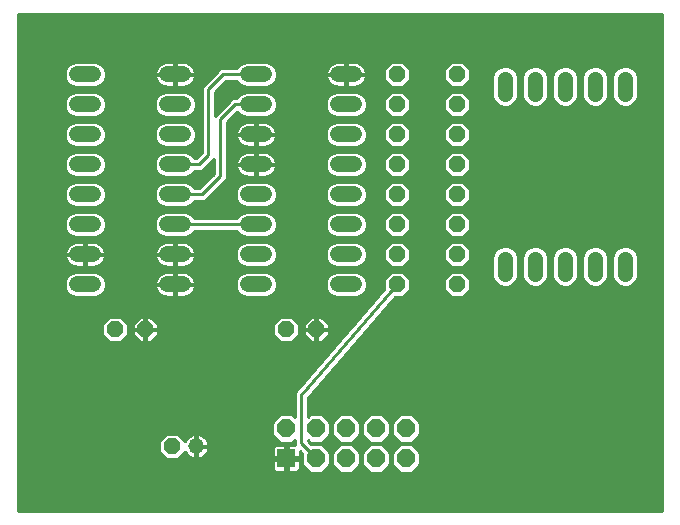
<source format=gbl>
G75*
%MOIN*%
%OFA0B0*%
%FSLAX24Y24*%
%IPPOS*%
%LPD*%
%AMOC8*
5,1,8,0,0,1.08239X$1,22.5*
%
%ADD10C,0.0520*%
%ADD11C,0.0515*%
%ADD12OC8,0.0520*%
%ADD13R,0.0600X0.0600*%
%ADD14OC8,0.0600*%
%ADD15C,0.0520*%
%ADD16C,0.0100*%
D10*
X002540Y008100D02*
X003060Y008100D01*
X003060Y009100D02*
X002540Y009100D01*
X002540Y010100D02*
X003060Y010100D01*
X003060Y011100D02*
X002540Y011100D01*
X002540Y012100D02*
X003060Y012100D01*
X003060Y013100D02*
X002540Y013100D01*
X002540Y014100D02*
X003060Y014100D01*
X003060Y015100D02*
X002540Y015100D01*
X005540Y015100D02*
X006060Y015100D01*
X006060Y014100D02*
X005540Y014100D01*
X005540Y013100D02*
X006060Y013100D01*
X006060Y012100D02*
X005540Y012100D01*
X005540Y011100D02*
X006060Y011100D01*
X006060Y010100D02*
X005540Y010100D01*
X005540Y009100D02*
X006060Y009100D01*
X006060Y008100D02*
X005540Y008100D01*
X008240Y008100D02*
X008760Y008100D01*
X008760Y009100D02*
X008240Y009100D01*
X008240Y010100D02*
X008760Y010100D01*
X008760Y011100D02*
X008240Y011100D01*
X008240Y012100D02*
X008760Y012100D01*
X008760Y013100D02*
X008240Y013100D01*
X008240Y014100D02*
X008760Y014100D01*
X008760Y015100D02*
X008240Y015100D01*
X011240Y015100D02*
X011760Y015100D01*
X011760Y014100D02*
X011240Y014100D01*
X011240Y013100D02*
X011760Y013100D01*
X011760Y012100D02*
X011240Y012100D01*
X011240Y011100D02*
X011760Y011100D01*
X011760Y010100D02*
X011240Y010100D01*
X011240Y009100D02*
X011760Y009100D01*
X011760Y008100D02*
X011240Y008100D01*
D11*
X016800Y008443D02*
X016800Y008957D01*
X017800Y008957D02*
X017800Y008443D01*
X018800Y008443D02*
X018800Y008957D01*
X019800Y008957D02*
X019800Y008443D01*
X020800Y008443D02*
X020800Y008957D01*
X020800Y014443D02*
X020800Y014957D01*
X019800Y014957D02*
X019800Y014443D01*
X018800Y014443D02*
X018800Y014957D01*
X017800Y014957D02*
X017800Y014443D01*
X016800Y014443D02*
X016800Y014957D01*
D12*
X015200Y015100D03*
X015200Y014100D03*
X015200Y013100D03*
X015200Y012100D03*
X015200Y011100D03*
X015200Y010100D03*
X015200Y009100D03*
X015200Y008100D03*
X013200Y008100D03*
X013200Y009100D03*
X013200Y010100D03*
X013200Y011100D03*
X013200Y012100D03*
X013200Y013100D03*
X013200Y014100D03*
X013200Y015100D03*
X010500Y006600D03*
X009500Y006600D03*
X004800Y006600D03*
X003800Y006600D03*
X005700Y002700D03*
D13*
X009500Y002300D03*
D14*
X010500Y002300D03*
X011500Y002300D03*
X011500Y003300D03*
X010500Y003300D03*
X009500Y003300D03*
X012500Y003300D03*
X013500Y003300D03*
X013500Y002300D03*
X012500Y002300D03*
D15*
X006500Y002700D03*
D16*
X000550Y000550D02*
X000550Y017120D01*
X022042Y017120D01*
X022042Y000550D01*
X000550Y000550D01*
X000550Y000593D02*
X022042Y000593D01*
X022042Y000691D02*
X000550Y000691D01*
X000550Y000790D02*
X022042Y000790D01*
X022042Y000888D02*
X000550Y000888D01*
X000550Y000987D02*
X022042Y000987D01*
X022042Y001085D02*
X000550Y001085D01*
X000550Y001184D02*
X022042Y001184D01*
X022042Y001282D02*
X000550Y001282D01*
X000550Y001381D02*
X022042Y001381D01*
X022042Y001479D02*
X000550Y001479D01*
X000550Y001578D02*
X022042Y001578D01*
X022042Y001676D02*
X000550Y001676D01*
X000550Y001775D02*
X022042Y001775D01*
X022042Y001873D02*
X013738Y001873D01*
X013695Y001830D02*
X013970Y002105D01*
X013970Y002495D01*
X013695Y002770D01*
X013305Y002770D01*
X013030Y002495D01*
X013030Y002105D01*
X013305Y001830D01*
X013695Y001830D01*
X013836Y001972D02*
X022042Y001972D01*
X022042Y002070D02*
X013935Y002070D01*
X013970Y002169D02*
X022042Y002169D01*
X022042Y002267D02*
X013970Y002267D01*
X013970Y002366D02*
X022042Y002366D01*
X022042Y002464D02*
X013970Y002464D01*
X013902Y002563D02*
X022042Y002563D01*
X022042Y002661D02*
X013804Y002661D01*
X013705Y002760D02*
X022042Y002760D01*
X022042Y002858D02*
X013723Y002858D01*
X013695Y002830D02*
X013970Y003105D01*
X013970Y003495D01*
X013695Y003770D01*
X013305Y003770D01*
X013030Y003495D01*
X013030Y003105D01*
X013305Y002830D01*
X013695Y002830D01*
X013821Y002957D02*
X022042Y002957D01*
X022042Y003055D02*
X013920Y003055D01*
X013970Y003154D02*
X022042Y003154D01*
X022042Y003252D02*
X013970Y003252D01*
X013970Y003351D02*
X022042Y003351D01*
X022042Y003449D02*
X013970Y003449D01*
X013917Y003548D02*
X022042Y003548D01*
X022042Y003646D02*
X013819Y003646D01*
X013720Y003745D02*
X022042Y003745D01*
X022042Y003843D02*
X010220Y003843D01*
X010220Y003745D02*
X010280Y003745D01*
X010305Y003770D02*
X010220Y003685D01*
X010220Y004318D01*
X013119Y007670D01*
X013378Y007670D01*
X013630Y007922D01*
X013630Y008278D01*
X013378Y008530D01*
X013022Y008530D01*
X012770Y008278D01*
X012770Y007939D01*
X009839Y004550D01*
X009780Y004491D01*
X009780Y004482D01*
X009774Y004475D01*
X009780Y004392D01*
X009780Y003685D01*
X009695Y003770D01*
X009305Y003770D01*
X009030Y003495D01*
X009030Y003105D01*
X009305Y002830D01*
X009695Y002830D01*
X009780Y002915D01*
X009780Y002750D01*
X009550Y002750D01*
X009550Y002350D01*
X009950Y002350D01*
X009950Y002539D01*
X010030Y002459D01*
X010030Y002105D01*
X010305Y001830D01*
X010695Y001830D01*
X010970Y002105D01*
X010970Y002495D01*
X010695Y002770D01*
X010341Y002770D01*
X010220Y002891D01*
X010220Y002915D01*
X010305Y002830D01*
X010695Y002830D01*
X010970Y003105D01*
X010970Y003495D01*
X010695Y003770D01*
X010305Y003770D01*
X010220Y003942D02*
X022042Y003942D01*
X022042Y004040D02*
X010220Y004040D01*
X010220Y004139D02*
X022042Y004139D01*
X022042Y004237D02*
X010220Y004237D01*
X010235Y004336D02*
X022042Y004336D01*
X022042Y004434D02*
X010320Y004434D01*
X010405Y004533D02*
X022042Y004533D01*
X022042Y004631D02*
X010491Y004631D01*
X010576Y004730D02*
X022042Y004730D01*
X022042Y004828D02*
X010661Y004828D01*
X010746Y004927D02*
X022042Y004927D01*
X022042Y005025D02*
X010831Y005025D01*
X010917Y005124D02*
X022042Y005124D01*
X022042Y005222D02*
X011002Y005222D01*
X011087Y005321D02*
X022042Y005321D01*
X022042Y005419D02*
X011172Y005419D01*
X011257Y005518D02*
X022042Y005518D01*
X022042Y005616D02*
X011343Y005616D01*
X011428Y005715D02*
X022042Y005715D01*
X022042Y005813D02*
X011513Y005813D01*
X011598Y005912D02*
X022042Y005912D01*
X022042Y006010D02*
X011683Y006010D01*
X011768Y006109D02*
X022042Y006109D01*
X022042Y006207D02*
X011854Y006207D01*
X011939Y006306D02*
X022042Y006306D01*
X022042Y006404D02*
X012024Y006404D01*
X012109Y006503D02*
X022042Y006503D01*
X022042Y006601D02*
X012194Y006601D01*
X012280Y006700D02*
X022042Y006700D01*
X022042Y006798D02*
X012365Y006798D01*
X012450Y006897D02*
X022042Y006897D01*
X022042Y006995D02*
X012535Y006995D01*
X012620Y007094D02*
X022042Y007094D01*
X022042Y007192D02*
X012706Y007192D01*
X012791Y007291D02*
X022042Y007291D01*
X022042Y007389D02*
X012876Y007389D01*
X012961Y007488D02*
X022042Y007488D01*
X022042Y007586D02*
X013046Y007586D01*
X013393Y007685D02*
X015007Y007685D01*
X015022Y007670D02*
X015378Y007670D01*
X015630Y007922D01*
X015630Y008278D01*
X015378Y008530D01*
X015022Y008530D01*
X014770Y008278D01*
X014770Y007922D01*
X015022Y007670D01*
X014909Y007783D02*
X013491Y007783D01*
X013590Y007882D02*
X014810Y007882D01*
X014770Y007980D02*
X013630Y007980D01*
X013630Y008079D02*
X014770Y008079D01*
X014770Y008177D02*
X013630Y008177D01*
X013630Y008276D02*
X014770Y008276D01*
X014866Y008374D02*
X013534Y008374D01*
X013436Y008473D02*
X014964Y008473D01*
X015022Y008670D02*
X015378Y008670D01*
X015630Y008922D01*
X015630Y009278D01*
X015378Y009530D01*
X015022Y009530D01*
X014770Y009278D01*
X014770Y008922D01*
X015022Y008670D01*
X014924Y008768D02*
X013476Y008768D01*
X013378Y008670D02*
X013630Y008922D01*
X013630Y009278D01*
X013378Y009530D01*
X013022Y009530D01*
X012770Y009278D01*
X012770Y008922D01*
X013022Y008670D01*
X013378Y008670D01*
X013575Y008867D02*
X014825Y008867D01*
X014770Y008965D02*
X013630Y008965D01*
X013630Y009064D02*
X014770Y009064D01*
X014770Y009162D02*
X013630Y009162D01*
X013630Y009261D02*
X014770Y009261D01*
X014851Y009359D02*
X013549Y009359D01*
X013451Y009458D02*
X014949Y009458D01*
X015022Y009670D02*
X015378Y009670D01*
X015630Y009922D01*
X015630Y010278D01*
X015378Y010530D01*
X015022Y010530D01*
X014770Y010278D01*
X014770Y009922D01*
X015022Y009670D01*
X014939Y009753D02*
X013461Y009753D01*
X013378Y009670D02*
X013630Y009922D01*
X013630Y010278D01*
X013378Y010530D01*
X013022Y010530D01*
X012770Y010278D01*
X012770Y009922D01*
X013022Y009670D01*
X013378Y009670D01*
X013560Y009852D02*
X014840Y009852D01*
X014770Y009950D02*
X013630Y009950D01*
X013630Y010049D02*
X014770Y010049D01*
X014770Y010147D02*
X013630Y010147D01*
X013630Y010246D02*
X014770Y010246D01*
X014836Y010344D02*
X013564Y010344D01*
X013466Y010443D02*
X014934Y010443D01*
X015022Y010670D02*
X015378Y010670D01*
X015630Y010922D01*
X015630Y011278D01*
X015378Y011530D01*
X015022Y011530D01*
X014770Y011278D01*
X014770Y010922D01*
X015022Y010670D01*
X014954Y010738D02*
X013446Y010738D01*
X013378Y010670D02*
X013630Y010922D01*
X013630Y011278D01*
X013378Y011530D01*
X013022Y011530D01*
X012770Y011278D01*
X012770Y010922D01*
X013022Y010670D01*
X013378Y010670D01*
X013545Y010837D02*
X014855Y010837D01*
X014770Y010935D02*
X013630Y010935D01*
X013630Y011034D02*
X014770Y011034D01*
X014770Y011132D02*
X013630Y011132D01*
X013630Y011231D02*
X014770Y011231D01*
X014821Y011329D02*
X013579Y011329D01*
X013481Y011428D02*
X014919Y011428D01*
X015018Y011526D02*
X013382Y011526D01*
X013378Y011670D02*
X013630Y011922D01*
X013630Y012278D01*
X013378Y012530D01*
X013022Y012530D01*
X012770Y012278D01*
X012770Y011922D01*
X013022Y011670D01*
X013378Y011670D01*
X013431Y011723D02*
X014969Y011723D01*
X015022Y011670D02*
X015378Y011670D01*
X015630Y011922D01*
X015630Y012278D01*
X015378Y012530D01*
X015022Y012530D01*
X014770Y012278D01*
X014770Y011922D01*
X015022Y011670D01*
X014870Y011822D02*
X013530Y011822D01*
X013628Y011920D02*
X014772Y011920D01*
X014770Y012019D02*
X013630Y012019D01*
X013630Y012117D02*
X014770Y012117D01*
X014770Y012216D02*
X013630Y012216D01*
X013594Y012314D02*
X014806Y012314D01*
X014904Y012413D02*
X013496Y012413D01*
X013397Y012511D02*
X015003Y012511D01*
X015022Y012670D02*
X015378Y012670D01*
X015630Y012922D01*
X015630Y013278D01*
X015378Y013530D01*
X015022Y013530D01*
X014770Y013278D01*
X014770Y012922D01*
X015022Y012670D01*
X014984Y012708D02*
X013416Y012708D01*
X013378Y012670D02*
X013630Y012922D01*
X013630Y013278D01*
X013378Y013530D01*
X013022Y013530D01*
X012770Y013278D01*
X012770Y012922D01*
X013022Y012670D01*
X013378Y012670D01*
X013515Y012807D02*
X014885Y012807D01*
X014787Y012905D02*
X013613Y012905D01*
X013630Y013004D02*
X014770Y013004D01*
X014770Y013102D02*
X013630Y013102D01*
X013630Y013201D02*
X014770Y013201D01*
X014791Y013299D02*
X013609Y013299D01*
X013511Y013398D02*
X014889Y013398D01*
X014988Y013496D02*
X013412Y013496D01*
X013378Y013670D02*
X013630Y013922D01*
X013630Y014278D01*
X013378Y014530D01*
X013022Y014530D01*
X012770Y014278D01*
X012770Y013922D01*
X013022Y013670D01*
X013378Y013670D01*
X013401Y013693D02*
X014999Y013693D01*
X015022Y013670D02*
X015378Y013670D01*
X015630Y013922D01*
X015630Y014278D01*
X015378Y014530D01*
X015022Y014530D01*
X014770Y014278D01*
X014770Y013922D01*
X015022Y013670D01*
X014900Y013792D02*
X013500Y013792D01*
X013598Y013890D02*
X014802Y013890D01*
X014770Y013989D02*
X013630Y013989D01*
X013630Y014087D02*
X014770Y014087D01*
X014770Y014186D02*
X013630Y014186D01*
X013624Y014284D02*
X014776Y014284D01*
X014874Y014383D02*
X013526Y014383D01*
X013427Y014481D02*
X014973Y014481D01*
X015022Y014670D02*
X015378Y014670D01*
X015630Y014922D01*
X015630Y015278D01*
X015378Y015530D01*
X015022Y015530D01*
X014770Y015278D01*
X014770Y014922D01*
X015022Y014670D01*
X015014Y014678D02*
X013386Y014678D01*
X013378Y014670D02*
X013630Y014922D01*
X013630Y015278D01*
X013378Y015530D01*
X013022Y015530D01*
X012770Y015278D01*
X012770Y014922D01*
X013022Y014670D01*
X013378Y014670D01*
X013485Y014777D02*
X014915Y014777D01*
X014817Y014875D02*
X013583Y014875D01*
X013630Y014974D02*
X014770Y014974D01*
X014770Y015072D02*
X013630Y015072D01*
X013630Y015171D02*
X014770Y015171D01*
X014770Y015269D02*
X013630Y015269D01*
X013541Y015368D02*
X014859Y015368D01*
X014958Y015466D02*
X013442Y015466D01*
X012958Y015466D02*
X011945Y015466D01*
X011917Y015480D02*
X011856Y015500D01*
X011792Y015510D01*
X011530Y015510D01*
X011530Y015130D01*
X011470Y015130D01*
X011470Y015510D01*
X011208Y015510D01*
X011144Y015500D01*
X011083Y015480D01*
X011025Y015451D01*
X010973Y015413D01*
X010927Y015367D01*
X010889Y015315D01*
X010860Y015257D01*
X010840Y015196D01*
X010830Y015132D01*
X010830Y015130D01*
X011470Y015130D01*
X011470Y015070D01*
X011530Y015070D01*
X011530Y015130D01*
X012170Y015130D01*
X012170Y015132D01*
X012160Y015196D01*
X012140Y015257D01*
X012111Y015315D01*
X012073Y015367D01*
X012027Y015413D01*
X011975Y015451D01*
X011917Y015480D01*
X012072Y015368D02*
X012859Y015368D01*
X012770Y015269D02*
X012134Y015269D01*
X012164Y015171D02*
X012770Y015171D01*
X012770Y015072D02*
X011530Y015072D01*
X011530Y015070D02*
X012170Y015070D01*
X012170Y015068D01*
X012160Y015004D01*
X012140Y014943D01*
X012111Y014885D01*
X012073Y014833D01*
X012027Y014787D01*
X011975Y014749D01*
X011917Y014720D01*
X011856Y014700D01*
X011792Y014690D01*
X011530Y014690D01*
X011530Y015070D01*
X011470Y015070D02*
X011470Y014690D01*
X011208Y014690D01*
X011144Y014700D01*
X011083Y014720D01*
X011025Y014749D01*
X010973Y014787D01*
X010927Y014833D01*
X010889Y014885D01*
X010860Y014943D01*
X010840Y015004D01*
X010830Y015068D01*
X010830Y015070D01*
X011470Y015070D01*
X011470Y015072D02*
X009190Y015072D01*
X009190Y015014D02*
X009190Y015186D01*
X009125Y015344D01*
X009004Y015465D01*
X008846Y015530D01*
X008154Y015530D01*
X007996Y015465D01*
X007875Y015344D01*
X007866Y015320D01*
X007309Y015320D01*
X007180Y015191D01*
X006680Y014691D01*
X006680Y012491D01*
X006509Y012320D01*
X006434Y012320D01*
X006425Y012344D01*
X006304Y012465D01*
X006146Y012530D01*
X005454Y012530D01*
X005296Y012465D01*
X005175Y012344D01*
X005110Y012186D01*
X005110Y012014D01*
X005175Y011856D01*
X005296Y011735D01*
X005454Y011670D01*
X006146Y011670D01*
X006304Y011735D01*
X006425Y011856D01*
X006434Y011880D01*
X006691Y011880D01*
X006991Y012180D01*
X007080Y012269D01*
X007080Y011791D01*
X006609Y011320D01*
X006434Y011320D01*
X006425Y011344D01*
X006304Y011465D01*
X006146Y011530D01*
X005454Y011530D01*
X005296Y011465D01*
X005175Y011344D01*
X005110Y011186D01*
X005110Y011014D01*
X005175Y010856D01*
X005296Y010735D01*
X005454Y010670D01*
X006146Y010670D01*
X006304Y010735D01*
X006425Y010856D01*
X006434Y010880D01*
X006791Y010880D01*
X007391Y011480D01*
X007520Y011609D01*
X007520Y013509D01*
X007873Y013862D01*
X007875Y013856D01*
X007996Y013735D01*
X008154Y013670D01*
X008846Y013670D01*
X009004Y013735D01*
X009125Y013856D01*
X009190Y014014D01*
X009190Y014186D01*
X010810Y014186D01*
X010810Y014014D01*
X010875Y013856D01*
X010996Y013735D01*
X011154Y013670D01*
X011846Y013670D01*
X012004Y013735D01*
X012125Y013856D01*
X012190Y014014D01*
X012190Y014186D01*
X012770Y014186D01*
X012776Y014284D02*
X012149Y014284D01*
X012125Y014344D02*
X012190Y014186D01*
X012190Y014087D02*
X012770Y014087D01*
X012770Y013989D02*
X012179Y013989D01*
X012138Y013890D02*
X012802Y013890D01*
X012900Y013792D02*
X012060Y013792D01*
X011901Y013693D02*
X012999Y013693D01*
X012988Y013496D02*
X011928Y013496D01*
X012004Y013465D02*
X011846Y013530D01*
X011154Y013530D01*
X010996Y013465D01*
X010875Y013344D01*
X010810Y013186D01*
X010810Y013014D01*
X010875Y012856D01*
X010996Y012735D01*
X011154Y012670D01*
X011846Y012670D01*
X012004Y012735D01*
X012125Y012856D01*
X012190Y013014D01*
X012190Y013186D01*
X012125Y013344D01*
X012004Y013465D01*
X012071Y013398D02*
X012889Y013398D01*
X012791Y013299D02*
X012143Y013299D01*
X012184Y013201D02*
X012770Y013201D01*
X012770Y013102D02*
X012190Y013102D01*
X012185Y013004D02*
X012770Y013004D01*
X012787Y012905D02*
X012145Y012905D01*
X012075Y012807D02*
X012885Y012807D01*
X012984Y012708D02*
X011937Y012708D01*
X011846Y012530D02*
X012004Y012465D01*
X012125Y012344D01*
X012190Y012186D01*
X012190Y012014D01*
X012125Y011856D01*
X012004Y011735D01*
X011846Y011670D01*
X011154Y011670D01*
X010996Y011735D01*
X010875Y011856D01*
X010810Y012014D01*
X010810Y012186D01*
X010875Y012344D01*
X010996Y012465D01*
X011154Y012530D01*
X011846Y012530D01*
X011891Y012511D02*
X013003Y012511D01*
X012904Y012413D02*
X012056Y012413D01*
X012137Y012314D02*
X012806Y012314D01*
X012770Y012216D02*
X012178Y012216D01*
X012190Y012117D02*
X012770Y012117D01*
X012770Y012019D02*
X012190Y012019D01*
X012151Y011920D02*
X012772Y011920D01*
X012870Y011822D02*
X012090Y011822D01*
X011974Y011723D02*
X012969Y011723D01*
X013018Y011526D02*
X011855Y011526D01*
X011846Y011530D02*
X012004Y011465D01*
X012125Y011344D01*
X012190Y011186D01*
X012190Y011014D01*
X012125Y010856D01*
X012004Y010735D01*
X011846Y010670D01*
X011154Y010670D01*
X010996Y010735D01*
X010875Y010856D01*
X010810Y011014D01*
X010810Y011186D01*
X010875Y011344D01*
X010996Y011465D01*
X011154Y011530D01*
X011846Y011530D01*
X012041Y011428D02*
X012919Y011428D01*
X012821Y011329D02*
X012131Y011329D01*
X012171Y011231D02*
X012770Y011231D01*
X012770Y011132D02*
X012190Y011132D01*
X012190Y011034D02*
X012770Y011034D01*
X012770Y010935D02*
X012157Y010935D01*
X012105Y010837D02*
X012855Y010837D01*
X012954Y010738D02*
X012006Y010738D01*
X011846Y010530D02*
X012004Y010465D01*
X012125Y010344D01*
X012190Y010186D01*
X012190Y010014D01*
X012125Y009856D01*
X012004Y009735D01*
X011846Y009670D01*
X011154Y009670D01*
X010996Y009735D01*
X010875Y009856D01*
X010810Y010014D01*
X010810Y010186D01*
X010875Y010344D01*
X010996Y010465D01*
X011154Y010530D01*
X011846Y010530D01*
X012026Y010443D02*
X012934Y010443D01*
X012836Y010344D02*
X012124Y010344D01*
X012165Y010246D02*
X012770Y010246D01*
X012770Y010147D02*
X012190Y010147D01*
X012190Y010049D02*
X012770Y010049D01*
X012770Y009950D02*
X012163Y009950D01*
X012120Y009852D02*
X012840Y009852D01*
X012939Y009753D02*
X012021Y009753D01*
X011846Y009530D02*
X012004Y009465D01*
X012125Y009344D01*
X012190Y009186D01*
X012190Y009014D01*
X012125Y008856D01*
X012004Y008735D01*
X011846Y008670D01*
X011154Y008670D01*
X010996Y008735D01*
X010875Y008856D01*
X010810Y009014D01*
X010810Y009186D01*
X010875Y009344D01*
X010996Y009465D01*
X011154Y009530D01*
X011846Y009530D01*
X012011Y009458D02*
X012949Y009458D01*
X012851Y009359D02*
X012109Y009359D01*
X012159Y009261D02*
X012770Y009261D01*
X012770Y009162D02*
X012190Y009162D01*
X012190Y009064D02*
X012770Y009064D01*
X012770Y008965D02*
X012170Y008965D01*
X012129Y008867D02*
X012825Y008867D01*
X012924Y008768D02*
X012036Y008768D01*
X012004Y008465D02*
X011846Y008530D01*
X011154Y008530D01*
X010996Y008465D01*
X010875Y008344D01*
X010810Y008186D01*
X010810Y008014D01*
X010875Y007856D01*
X010996Y007735D01*
X011154Y007670D01*
X011846Y007670D01*
X012004Y007735D01*
X012125Y007856D01*
X012190Y008014D01*
X012190Y008186D01*
X012125Y008344D01*
X012004Y008465D01*
X011984Y008473D02*
X012964Y008473D01*
X012866Y008374D02*
X012094Y008374D01*
X012153Y008276D02*
X012770Y008276D01*
X012770Y008177D02*
X012190Y008177D01*
X012190Y008079D02*
X012770Y008079D01*
X012770Y007980D02*
X012176Y007980D01*
X012135Y007882D02*
X012720Y007882D01*
X012635Y007783D02*
X012051Y007783D01*
X011881Y007685D02*
X012550Y007685D01*
X012465Y007586D02*
X000550Y007586D01*
X000550Y007488D02*
X012379Y007488D01*
X012294Y007389D02*
X000550Y007389D01*
X000550Y007291D02*
X012209Y007291D01*
X012124Y007192D02*
X000550Y007192D01*
X000550Y007094D02*
X012039Y007094D01*
X011953Y006995D02*
X010685Y006995D01*
X010670Y007010D02*
X010530Y007010D01*
X010530Y006630D01*
X010910Y006630D01*
X010910Y006770D01*
X010670Y007010D01*
X010530Y006995D02*
X010470Y006995D01*
X010470Y007010D02*
X010330Y007010D01*
X010090Y006770D01*
X010090Y006630D01*
X010470Y006630D01*
X010470Y007010D01*
X010470Y006897D02*
X010530Y006897D01*
X010530Y006798D02*
X010470Y006798D01*
X010470Y006700D02*
X010530Y006700D01*
X010530Y006630D02*
X010470Y006630D01*
X010470Y006570D01*
X010530Y006570D01*
X010530Y006630D01*
X010530Y006601D02*
X011613Y006601D01*
X011698Y006700D02*
X010910Y006700D01*
X010882Y006798D02*
X011783Y006798D01*
X011868Y006897D02*
X010783Y006897D01*
X010910Y006570D02*
X010530Y006570D01*
X010530Y006190D01*
X010670Y006190D01*
X010910Y006430D01*
X010910Y006570D01*
X010910Y006503D02*
X011528Y006503D01*
X011442Y006404D02*
X010884Y006404D01*
X010785Y006306D02*
X011357Y006306D01*
X011272Y006207D02*
X010687Y006207D01*
X010530Y006207D02*
X010470Y006207D01*
X010470Y006190D02*
X010470Y006570D01*
X010090Y006570D01*
X010090Y006430D01*
X010330Y006190D01*
X010470Y006190D01*
X010470Y006306D02*
X010530Y006306D01*
X010530Y006404D02*
X010470Y006404D01*
X010470Y006503D02*
X010530Y006503D01*
X010470Y006601D02*
X009930Y006601D01*
X009930Y006503D02*
X010090Y006503D01*
X010116Y006404D02*
X009912Y006404D01*
X009930Y006422D02*
X009678Y006170D01*
X009322Y006170D01*
X009070Y006422D01*
X009070Y006778D01*
X009322Y007030D01*
X009678Y007030D01*
X009930Y006778D01*
X009930Y006422D01*
X009814Y006306D02*
X010215Y006306D01*
X010313Y006207D02*
X009715Y006207D01*
X009285Y006207D02*
X004987Y006207D01*
X004970Y006190D02*
X005210Y006430D01*
X005210Y006570D01*
X004830Y006570D01*
X004830Y006630D01*
X005210Y006630D01*
X005210Y006770D01*
X004970Y007010D01*
X004830Y007010D01*
X004830Y006630D01*
X004770Y006630D01*
X004770Y007010D01*
X004630Y007010D01*
X004390Y006770D01*
X004390Y006630D01*
X004770Y006630D01*
X004770Y006570D01*
X004830Y006570D01*
X004830Y006190D01*
X004970Y006190D01*
X004830Y006207D02*
X004770Y006207D01*
X004770Y006190D02*
X004770Y006570D01*
X004390Y006570D01*
X004390Y006430D01*
X004630Y006190D01*
X004770Y006190D01*
X004770Y006306D02*
X004830Y006306D01*
X004830Y006404D02*
X004770Y006404D01*
X004770Y006503D02*
X004830Y006503D01*
X004830Y006601D02*
X009070Y006601D01*
X009070Y006503D02*
X005210Y006503D01*
X005184Y006404D02*
X009088Y006404D01*
X009186Y006306D02*
X005085Y006306D01*
X005210Y006700D02*
X009070Y006700D01*
X009090Y006798D02*
X005182Y006798D01*
X005083Y006897D02*
X009188Y006897D01*
X009287Y006995D02*
X004985Y006995D01*
X004830Y006995D02*
X004770Y006995D01*
X004770Y006897D02*
X004830Y006897D01*
X004830Y006798D02*
X004770Y006798D01*
X004770Y006700D02*
X004830Y006700D01*
X004770Y006601D02*
X004230Y006601D01*
X004230Y006503D02*
X004390Y006503D01*
X004416Y006404D02*
X004212Y006404D01*
X004230Y006422D02*
X003978Y006170D01*
X003622Y006170D01*
X003370Y006422D01*
X003370Y006778D01*
X003622Y007030D01*
X003978Y007030D01*
X004230Y006778D01*
X004230Y006422D01*
X004114Y006306D02*
X004515Y006306D01*
X004613Y006207D02*
X004015Y006207D01*
X003585Y006207D02*
X000550Y006207D01*
X000550Y006109D02*
X011187Y006109D01*
X011102Y006010D02*
X000550Y006010D01*
X000550Y005912D02*
X011016Y005912D01*
X010931Y005813D02*
X000550Y005813D01*
X000550Y005715D02*
X010846Y005715D01*
X010761Y005616D02*
X000550Y005616D01*
X000550Y005518D02*
X010676Y005518D01*
X010590Y005419D02*
X000550Y005419D01*
X000550Y005321D02*
X010505Y005321D01*
X010420Y005222D02*
X000550Y005222D01*
X000550Y005124D02*
X010335Y005124D01*
X010250Y005025D02*
X000550Y005025D01*
X000550Y004927D02*
X010164Y004927D01*
X010079Y004828D02*
X000550Y004828D01*
X000550Y004730D02*
X009994Y004730D01*
X009909Y004631D02*
X000550Y004631D01*
X000550Y004533D02*
X009821Y004533D01*
X009777Y004434D02*
X000550Y004434D01*
X000550Y004336D02*
X009780Y004336D01*
X009780Y004237D02*
X000550Y004237D01*
X000550Y004139D02*
X009780Y004139D01*
X009780Y004040D02*
X000550Y004040D01*
X000550Y003942D02*
X009780Y003942D01*
X009780Y003843D02*
X000550Y003843D01*
X000550Y003745D02*
X009280Y003745D01*
X009181Y003646D02*
X000550Y003646D01*
X000550Y003548D02*
X009083Y003548D01*
X009030Y003449D02*
X000550Y003449D01*
X000550Y003351D02*
X009030Y003351D01*
X009030Y003252D02*
X000550Y003252D01*
X000550Y003154D02*
X009030Y003154D01*
X009080Y003055D02*
X006706Y003055D01*
X006715Y003051D02*
X006657Y003080D01*
X006596Y003100D01*
X006532Y003110D01*
X006530Y003110D01*
X006530Y002730D01*
X006910Y002730D01*
X006910Y002732D01*
X006900Y002796D01*
X006880Y002857D01*
X006851Y002915D01*
X006813Y002967D01*
X006767Y003013D01*
X006715Y003051D01*
X006820Y002957D02*
X009179Y002957D01*
X009277Y002858D02*
X006880Y002858D01*
X006906Y002760D02*
X009780Y002760D01*
X009780Y002858D02*
X009723Y002858D01*
X009550Y002661D02*
X009450Y002661D01*
X009450Y002750D02*
X009180Y002750D01*
X009142Y002740D01*
X009108Y002720D01*
X009080Y002692D01*
X009060Y002658D01*
X009050Y002620D01*
X009050Y002350D01*
X009450Y002350D01*
X009450Y002750D01*
X009450Y002563D02*
X009550Y002563D01*
X009550Y002464D02*
X009450Y002464D01*
X009450Y002366D02*
X009550Y002366D01*
X009550Y002350D02*
X009450Y002350D01*
X009450Y002250D01*
X009550Y002250D01*
X009550Y002350D01*
X009550Y002267D02*
X010030Y002267D01*
X009950Y002250D02*
X009550Y002250D01*
X009550Y001850D01*
X009820Y001850D01*
X009858Y001860D01*
X009892Y001880D01*
X009920Y001908D01*
X009940Y001942D01*
X009950Y001980D01*
X009950Y002250D01*
X009950Y002169D02*
X010030Y002169D01*
X010065Y002070D02*
X009950Y002070D01*
X009948Y001972D02*
X010164Y001972D01*
X010262Y001873D02*
X009880Y001873D01*
X009550Y001873D02*
X009450Y001873D01*
X009450Y001850D02*
X009450Y002250D01*
X009050Y002250D01*
X009050Y001980D01*
X009060Y001942D01*
X009080Y001908D01*
X009108Y001880D01*
X009142Y001860D01*
X009180Y001850D01*
X009450Y001850D01*
X009450Y001972D02*
X009550Y001972D01*
X009550Y002070D02*
X009450Y002070D01*
X009450Y002169D02*
X009550Y002169D01*
X009450Y002267D02*
X000550Y002267D01*
X000550Y002169D02*
X009050Y002169D01*
X009050Y002070D02*
X000550Y002070D01*
X000550Y001972D02*
X009052Y001972D01*
X009120Y001873D02*
X000550Y001873D01*
X000550Y002366D02*
X005426Y002366D01*
X005522Y002270D02*
X005270Y002522D01*
X005270Y002878D01*
X005522Y003130D01*
X005878Y003130D01*
X006130Y002878D01*
X006130Y002877D01*
X006149Y002915D01*
X006187Y002967D01*
X006233Y003013D01*
X006285Y003051D01*
X006343Y003080D01*
X006404Y003100D01*
X006468Y003110D01*
X006470Y003110D01*
X006470Y002730D01*
X006530Y002730D01*
X006530Y002670D01*
X006910Y002670D01*
X006910Y002668D01*
X006900Y002604D01*
X006880Y002543D01*
X006851Y002485D01*
X006813Y002433D01*
X006767Y002387D01*
X006715Y002349D01*
X006657Y002320D01*
X006596Y002300D01*
X006532Y002290D01*
X006530Y002290D01*
X006530Y002670D01*
X006470Y002670D01*
X006470Y002290D01*
X006468Y002290D01*
X006404Y002300D01*
X006343Y002320D01*
X006285Y002349D01*
X006233Y002387D01*
X006187Y002433D01*
X006149Y002485D01*
X006130Y002523D01*
X006130Y002522D01*
X005878Y002270D01*
X005522Y002270D01*
X005328Y002464D02*
X000550Y002464D01*
X000550Y002563D02*
X005270Y002563D01*
X005270Y002661D02*
X000550Y002661D01*
X000550Y002760D02*
X005270Y002760D01*
X005270Y002858D02*
X000550Y002858D01*
X000550Y002957D02*
X005348Y002957D01*
X005447Y003055D02*
X000550Y003055D01*
X000550Y006306D02*
X003486Y006306D01*
X003388Y006404D02*
X000550Y006404D01*
X000550Y006503D02*
X003370Y006503D01*
X003370Y006601D02*
X000550Y006601D01*
X000550Y006700D02*
X003370Y006700D01*
X003390Y006798D02*
X000550Y006798D01*
X000550Y006897D02*
X003488Y006897D01*
X003587Y006995D02*
X000550Y006995D01*
X000550Y007685D02*
X002419Y007685D01*
X002454Y007670D02*
X003146Y007670D01*
X003304Y007735D01*
X003425Y007856D01*
X003490Y008014D01*
X003490Y008186D01*
X003425Y008344D01*
X003304Y008465D01*
X003146Y008530D01*
X002454Y008530D01*
X002296Y008465D01*
X002175Y008344D01*
X002110Y008186D01*
X002110Y008014D01*
X002175Y007856D01*
X002296Y007735D01*
X002454Y007670D01*
X002249Y007783D02*
X000550Y007783D01*
X000550Y007882D02*
X002165Y007882D01*
X002124Y007980D02*
X000550Y007980D01*
X000550Y008079D02*
X002110Y008079D01*
X002110Y008177D02*
X000550Y008177D01*
X000550Y008276D02*
X002147Y008276D01*
X002206Y008374D02*
X000550Y008374D01*
X000550Y008473D02*
X002316Y008473D01*
X002383Y008720D02*
X002444Y008700D01*
X002508Y008690D01*
X002770Y008690D01*
X002770Y009070D01*
X002830Y009070D01*
X002830Y009130D01*
X002770Y009130D01*
X002770Y009510D01*
X002508Y009510D01*
X002444Y009500D01*
X002383Y009480D01*
X002325Y009451D01*
X002273Y009413D01*
X002227Y009367D01*
X002189Y009315D01*
X002160Y009257D01*
X002140Y009196D01*
X002130Y009132D01*
X002130Y009130D01*
X002770Y009130D01*
X002770Y009070D01*
X002130Y009070D01*
X002130Y009068D01*
X002140Y009004D01*
X002160Y008943D01*
X002189Y008885D01*
X002227Y008833D01*
X002273Y008787D01*
X002325Y008749D01*
X002383Y008720D01*
X002299Y008768D02*
X000550Y008768D01*
X000550Y008670D02*
X016373Y008670D01*
X016373Y008768D02*
X015476Y008768D01*
X015575Y008867D02*
X016373Y008867D01*
X016373Y008965D02*
X015630Y008965D01*
X015630Y009064D02*
X016381Y009064D01*
X016373Y009043D02*
X016438Y009200D01*
X016558Y009320D01*
X016715Y009385D01*
X016885Y009385D01*
X017042Y009320D01*
X017162Y009200D01*
X017227Y009043D01*
X017227Y008357D01*
X017162Y008200D01*
X017042Y008080D01*
X016885Y008015D01*
X016715Y008015D01*
X016558Y008080D01*
X016438Y008200D01*
X016373Y008357D01*
X016373Y009043D01*
X016422Y009162D02*
X015630Y009162D01*
X015630Y009261D02*
X016498Y009261D01*
X016652Y009359D02*
X015549Y009359D01*
X015451Y009458D02*
X022042Y009458D01*
X022042Y009556D02*
X000550Y009556D01*
X000550Y009458D02*
X002339Y009458D01*
X002221Y009359D02*
X000550Y009359D01*
X000550Y009261D02*
X002162Y009261D01*
X002135Y009162D02*
X000550Y009162D01*
X000550Y009064D02*
X002131Y009064D01*
X002153Y008965D02*
X000550Y008965D01*
X000550Y008867D02*
X002203Y008867D01*
X002770Y008867D02*
X002830Y008867D01*
X002830Y008965D02*
X002770Y008965D01*
X002770Y009064D02*
X002830Y009064D01*
X002830Y009070D02*
X002830Y008690D01*
X003092Y008690D01*
X003156Y008700D01*
X003217Y008720D01*
X003275Y008749D01*
X003327Y008787D01*
X003373Y008833D01*
X003411Y008885D01*
X003440Y008943D01*
X003460Y009004D01*
X003470Y009068D01*
X003470Y009070D01*
X002830Y009070D01*
X002830Y009130D02*
X003470Y009130D01*
X003470Y009132D01*
X003460Y009196D01*
X003440Y009257D01*
X003411Y009315D01*
X003373Y009367D01*
X003327Y009413D01*
X003275Y009451D01*
X003217Y009480D01*
X003156Y009500D01*
X003092Y009510D01*
X002830Y009510D01*
X002830Y009130D01*
X002830Y009162D02*
X002770Y009162D01*
X002770Y009261D02*
X002830Y009261D01*
X002830Y009359D02*
X002770Y009359D01*
X002770Y009458D02*
X002830Y009458D01*
X003146Y009670D02*
X003304Y009735D01*
X003425Y009856D01*
X003490Y010014D01*
X003490Y010186D01*
X003425Y010344D01*
X003304Y010465D01*
X003146Y010530D01*
X002454Y010530D01*
X002296Y010465D01*
X002175Y010344D01*
X002110Y010186D01*
X002110Y010014D01*
X002175Y009856D01*
X002296Y009735D01*
X002454Y009670D01*
X003146Y009670D01*
X003321Y009753D02*
X005279Y009753D01*
X005296Y009735D02*
X005454Y009670D01*
X006146Y009670D01*
X006304Y009735D01*
X006425Y009856D01*
X006434Y009880D01*
X007866Y009880D01*
X007875Y009856D01*
X007996Y009735D01*
X008154Y009670D01*
X008846Y009670D01*
X009004Y009735D01*
X009125Y009856D01*
X009190Y010014D01*
X009190Y010186D01*
X009125Y010344D01*
X009004Y010465D01*
X008846Y010530D01*
X008154Y010530D01*
X007996Y010465D01*
X007875Y010344D01*
X007866Y010320D01*
X006434Y010320D01*
X006425Y010344D01*
X006304Y010465D01*
X006146Y010530D01*
X005454Y010530D01*
X005296Y010465D01*
X005175Y010344D01*
X005110Y010186D01*
X005110Y010014D01*
X005175Y009856D01*
X005296Y009735D01*
X005180Y009852D02*
X003420Y009852D01*
X003463Y009950D02*
X005137Y009950D01*
X005110Y010049D02*
X003490Y010049D01*
X003490Y010147D02*
X005110Y010147D01*
X005135Y010246D02*
X003465Y010246D01*
X003424Y010344D02*
X005176Y010344D01*
X005274Y010443D02*
X003326Y010443D01*
X003146Y010670D02*
X003304Y010735D01*
X003425Y010856D01*
X003490Y011014D01*
X003490Y011186D01*
X003425Y011344D01*
X003304Y011465D01*
X003146Y011530D01*
X002454Y011530D01*
X002296Y011465D01*
X002175Y011344D01*
X002110Y011186D01*
X002110Y011014D01*
X002175Y010856D01*
X002296Y010735D01*
X002454Y010670D01*
X003146Y010670D01*
X003306Y010738D02*
X005294Y010738D01*
X005195Y010837D02*
X003405Y010837D01*
X003457Y010935D02*
X005143Y010935D01*
X005110Y011034D02*
X003490Y011034D01*
X003490Y011132D02*
X005110Y011132D01*
X005129Y011231D02*
X003471Y011231D01*
X003431Y011329D02*
X005169Y011329D01*
X005259Y011428D02*
X003341Y011428D01*
X003155Y011526D02*
X005445Y011526D01*
X005326Y011723D02*
X003274Y011723D01*
X003304Y011735D02*
X003425Y011856D01*
X003490Y012014D01*
X003490Y012186D01*
X003425Y012344D01*
X003304Y012465D01*
X003146Y012530D01*
X002454Y012530D01*
X002296Y012465D01*
X002175Y012344D01*
X002110Y012186D01*
X002110Y012014D01*
X002175Y011856D01*
X002296Y011735D01*
X002454Y011670D01*
X003146Y011670D01*
X003304Y011735D01*
X003390Y011822D02*
X005210Y011822D01*
X005149Y011920D02*
X003451Y011920D01*
X003490Y012019D02*
X005110Y012019D01*
X005110Y012117D02*
X003490Y012117D01*
X003478Y012216D02*
X005122Y012216D01*
X005163Y012314D02*
X003437Y012314D01*
X003356Y012413D02*
X005244Y012413D01*
X005409Y012511D02*
X003191Y012511D01*
X003146Y012670D02*
X003304Y012735D01*
X003425Y012856D01*
X003490Y013014D01*
X003490Y013186D01*
X003425Y013344D01*
X003304Y013465D01*
X003146Y013530D01*
X002454Y013530D01*
X002296Y013465D01*
X002175Y013344D01*
X002110Y013186D01*
X002110Y013014D01*
X002175Y012856D01*
X002296Y012735D01*
X002454Y012670D01*
X003146Y012670D01*
X003237Y012708D02*
X005363Y012708D01*
X005296Y012735D02*
X005175Y012856D01*
X005110Y013014D01*
X005110Y013186D01*
X005175Y013344D01*
X005296Y013465D01*
X005454Y013530D01*
X006146Y013530D01*
X006304Y013465D01*
X006425Y013344D01*
X006490Y013186D01*
X006490Y013014D01*
X006425Y012856D01*
X006304Y012735D01*
X006146Y012670D01*
X005454Y012670D01*
X005296Y012735D01*
X005225Y012807D02*
X003375Y012807D01*
X003445Y012905D02*
X005155Y012905D01*
X005115Y013004D02*
X003485Y013004D01*
X003490Y013102D02*
X005110Y013102D01*
X005116Y013201D02*
X003484Y013201D01*
X003443Y013299D02*
X005157Y013299D01*
X005229Y013398D02*
X003371Y013398D01*
X003228Y013496D02*
X005372Y013496D01*
X005454Y013670D02*
X005296Y013735D01*
X005175Y013856D01*
X005110Y014014D01*
X005110Y014186D01*
X003490Y014186D01*
X003425Y014344D01*
X003304Y014465D01*
X003146Y014530D01*
X002454Y014530D01*
X002296Y014465D01*
X002175Y014344D01*
X002110Y014186D01*
X000550Y014186D01*
X000550Y014284D02*
X002151Y014284D01*
X002110Y014186D02*
X002110Y014014D01*
X002175Y013856D01*
X002296Y013735D01*
X002454Y013670D01*
X003146Y013670D01*
X003304Y013735D01*
X003425Y013856D01*
X003490Y014014D01*
X003490Y014186D01*
X003490Y014087D02*
X005110Y014087D01*
X005110Y014186D02*
X005175Y014344D01*
X005296Y014465D01*
X005454Y014530D01*
X006146Y014530D01*
X006304Y014465D01*
X006425Y014344D01*
X006490Y014186D01*
X006680Y014186D01*
X006680Y014284D02*
X006449Y014284D01*
X006490Y014186D02*
X006490Y014014D01*
X006425Y013856D01*
X006304Y013735D01*
X006146Y013670D01*
X005454Y013670D01*
X005399Y013693D02*
X003201Y013693D01*
X003360Y013792D02*
X005240Y013792D01*
X005162Y013890D02*
X003438Y013890D01*
X003479Y013989D02*
X005121Y013989D01*
X005151Y014284D02*
X003449Y014284D01*
X003386Y014383D02*
X005214Y014383D01*
X005336Y014481D02*
X003264Y014481D01*
X003165Y014678D02*
X006680Y014678D01*
X006680Y014580D02*
X000550Y014580D01*
X000550Y014678D02*
X002435Y014678D01*
X002454Y014670D02*
X003146Y014670D01*
X003304Y014735D01*
X003425Y014856D01*
X003490Y015014D01*
X003490Y015186D01*
X003425Y015344D01*
X003304Y015465D01*
X003146Y015530D01*
X002454Y015530D01*
X002296Y015465D01*
X002175Y015344D01*
X002110Y015186D01*
X002110Y015014D01*
X002175Y014856D01*
X002296Y014735D01*
X002454Y014670D01*
X002255Y014777D02*
X000550Y014777D01*
X000550Y014875D02*
X002168Y014875D01*
X002127Y014974D02*
X000550Y014974D01*
X000550Y015072D02*
X002110Y015072D01*
X002110Y015171D02*
X000550Y015171D01*
X000550Y015269D02*
X002145Y015269D01*
X002199Y015368D02*
X000550Y015368D01*
X000550Y015466D02*
X002300Y015466D01*
X003300Y015466D02*
X005355Y015466D01*
X005383Y015480D02*
X005325Y015451D01*
X005273Y015413D01*
X005227Y015367D01*
X005189Y015315D01*
X005160Y015257D01*
X005140Y015196D01*
X005130Y015132D01*
X005130Y015130D01*
X005770Y015130D01*
X005770Y015510D01*
X005508Y015510D01*
X005444Y015500D01*
X005383Y015480D01*
X005228Y015368D02*
X003401Y015368D01*
X003455Y015269D02*
X005166Y015269D01*
X005136Y015171D02*
X003490Y015171D01*
X003490Y015072D02*
X005770Y015072D01*
X005770Y015070D02*
X005130Y015070D01*
X005130Y015068D01*
X005140Y015004D01*
X005160Y014943D01*
X005189Y014885D01*
X005227Y014833D01*
X005273Y014787D01*
X005325Y014749D01*
X005383Y014720D01*
X005444Y014700D01*
X005508Y014690D01*
X005770Y014690D01*
X005770Y015070D01*
X005830Y015070D01*
X005830Y015130D01*
X005770Y015130D01*
X005770Y015070D01*
X005830Y015070D02*
X005830Y014690D01*
X006092Y014690D01*
X006156Y014700D01*
X006217Y014720D01*
X006275Y014749D01*
X006327Y014787D01*
X006373Y014833D01*
X006411Y014885D01*
X006440Y014943D01*
X006460Y015004D01*
X006470Y015068D01*
X006470Y015070D01*
X005830Y015070D01*
X005830Y015072D02*
X007061Y015072D01*
X007159Y015171D02*
X006464Y015171D01*
X006460Y015196D02*
X006440Y015257D01*
X006411Y015315D01*
X006373Y015367D01*
X006327Y015413D01*
X006275Y015451D01*
X006217Y015480D01*
X006156Y015500D01*
X006092Y015510D01*
X005830Y015510D01*
X005830Y015130D01*
X006470Y015130D01*
X006470Y015132D01*
X006460Y015196D01*
X006434Y015269D02*
X007258Y015269D01*
X007400Y015100D02*
X008500Y015100D01*
X008154Y014670D02*
X007996Y014735D01*
X007875Y014856D01*
X007866Y014880D01*
X007491Y014880D01*
X007120Y014509D01*
X007120Y013731D01*
X007580Y014191D01*
X007709Y014320D01*
X007866Y014320D01*
X007875Y014344D01*
X007996Y014465D01*
X008154Y014530D01*
X008846Y014530D01*
X009004Y014465D01*
X009125Y014344D01*
X009190Y014186D01*
X009190Y014087D02*
X010810Y014087D01*
X010810Y014186D02*
X010875Y014344D01*
X010996Y014465D01*
X011154Y014530D01*
X011846Y014530D01*
X012004Y014465D01*
X012125Y014344D01*
X012086Y014383D02*
X012874Y014383D01*
X012973Y014481D02*
X011964Y014481D01*
X012012Y014777D02*
X012915Y014777D01*
X012817Y014875D02*
X012103Y014875D01*
X012150Y014974D02*
X012770Y014974D01*
X013014Y014678D02*
X008865Y014678D01*
X008846Y014670D02*
X009004Y014735D01*
X009125Y014856D01*
X009190Y015014D01*
X009173Y014974D02*
X010850Y014974D01*
X010897Y014875D02*
X009132Y014875D01*
X009045Y014777D02*
X010988Y014777D01*
X011036Y014481D02*
X008964Y014481D01*
X009086Y014383D02*
X010914Y014383D01*
X010851Y014284D02*
X009149Y014284D01*
X009179Y013989D02*
X010821Y013989D01*
X010862Y013890D02*
X009138Y013890D01*
X009060Y013792D02*
X010940Y013792D01*
X011099Y013693D02*
X008901Y013693D01*
X008856Y013500D02*
X008792Y013510D01*
X008530Y013510D01*
X008530Y013130D01*
X008470Y013130D01*
X008470Y013510D01*
X008208Y013510D01*
X008144Y013500D01*
X008083Y013480D01*
X008025Y013451D01*
X007973Y013413D01*
X007927Y013367D01*
X007889Y013315D01*
X007860Y013257D01*
X007840Y013196D01*
X007830Y013132D01*
X007830Y013130D01*
X008470Y013130D01*
X008470Y013070D01*
X008530Y013070D01*
X008530Y013130D01*
X009170Y013130D01*
X009170Y013132D01*
X009160Y013196D01*
X009140Y013257D01*
X009111Y013315D01*
X009073Y013367D01*
X009027Y013413D01*
X008975Y013451D01*
X008917Y013480D01*
X008856Y013500D01*
X008868Y013496D02*
X011072Y013496D01*
X010929Y013398D02*
X009042Y013398D01*
X009119Y013299D02*
X010857Y013299D01*
X010816Y013201D02*
X009158Y013201D01*
X009170Y013070D02*
X008530Y013070D01*
X008530Y012690D01*
X008792Y012690D01*
X008856Y012700D01*
X008917Y012720D01*
X008975Y012749D01*
X009027Y012787D01*
X009073Y012833D01*
X009111Y012885D01*
X009140Y012943D01*
X009160Y013004D01*
X009170Y013068D01*
X009170Y013070D01*
X009160Y013004D02*
X010815Y013004D01*
X010810Y013102D02*
X008530Y013102D01*
X008470Y013102D02*
X007520Y013102D01*
X007520Y013004D02*
X007840Y013004D01*
X007860Y012943D01*
X007889Y012885D01*
X007927Y012833D01*
X007973Y012787D01*
X008025Y012749D01*
X008083Y012720D01*
X008144Y012700D01*
X008208Y012690D01*
X008470Y012690D01*
X008470Y013070D01*
X007830Y013070D01*
X007830Y013068D01*
X007840Y013004D01*
X007879Y012905D02*
X007520Y012905D01*
X007520Y012807D02*
X007954Y012807D01*
X008120Y012708D02*
X007520Y012708D01*
X007520Y012610D02*
X022042Y012610D01*
X022042Y012708D02*
X015416Y012708D01*
X015515Y012807D02*
X022042Y012807D01*
X022042Y012905D02*
X015613Y012905D01*
X015630Y013004D02*
X022042Y013004D01*
X022042Y013102D02*
X015630Y013102D01*
X015630Y013201D02*
X022042Y013201D01*
X022042Y013299D02*
X015609Y013299D01*
X015511Y013398D02*
X022042Y013398D01*
X022042Y013496D02*
X015412Y013496D01*
X015401Y013693D02*
X022042Y013693D01*
X022042Y013595D02*
X007606Y013595D01*
X007520Y013496D02*
X008132Y013496D01*
X008099Y013693D02*
X007704Y013693D01*
X007803Y013792D02*
X007940Y013792D01*
X007800Y014100D02*
X008500Y014100D01*
X008036Y014481D02*
X007120Y014481D01*
X007120Y014383D02*
X007914Y014383D01*
X007673Y014284D02*
X007120Y014284D01*
X007120Y014186D02*
X007574Y014186D01*
X007476Y014087D02*
X007120Y014087D01*
X007120Y013989D02*
X007377Y013989D01*
X007279Y013890D02*
X007120Y013890D01*
X007120Y013792D02*
X007180Y013792D01*
X007300Y013600D02*
X007800Y014100D01*
X007300Y013600D02*
X007300Y011700D01*
X006700Y011100D01*
X005800Y011100D01*
X006306Y010738D02*
X007994Y010738D01*
X007996Y010735D02*
X008154Y010670D01*
X008846Y010670D01*
X009004Y010735D01*
X009125Y010856D01*
X009190Y011014D01*
X009190Y011186D01*
X009125Y011344D01*
X009004Y011465D01*
X008846Y011530D01*
X008154Y011530D01*
X007996Y011465D01*
X007875Y011344D01*
X007810Y011186D01*
X007810Y011014D01*
X007875Y010856D01*
X007996Y010735D01*
X007895Y010837D02*
X006405Y010837D01*
X006326Y010443D02*
X007974Y010443D01*
X007876Y010344D02*
X006424Y010344D01*
X006420Y009852D02*
X007880Y009852D01*
X007979Y009753D02*
X006321Y009753D01*
X006217Y009480D02*
X006156Y009500D01*
X006092Y009510D01*
X005830Y009510D01*
X005830Y009130D01*
X005770Y009130D01*
X005770Y009510D01*
X005508Y009510D01*
X005444Y009500D01*
X005383Y009480D01*
X005325Y009451D01*
X005273Y009413D01*
X005227Y009367D01*
X005189Y009315D01*
X005160Y009257D01*
X005140Y009196D01*
X005130Y009132D01*
X005130Y009130D01*
X005770Y009130D01*
X005770Y009070D01*
X005830Y009070D01*
X005830Y009130D01*
X006470Y009130D01*
X006470Y009132D01*
X006460Y009196D01*
X006440Y009257D01*
X006411Y009315D01*
X006373Y009367D01*
X006327Y009413D01*
X006275Y009451D01*
X006217Y009480D01*
X006261Y009458D02*
X007989Y009458D01*
X007996Y009465D02*
X007875Y009344D01*
X007810Y009186D01*
X007810Y009014D01*
X007875Y008856D01*
X007996Y008735D01*
X008154Y008670D01*
X008846Y008670D01*
X009004Y008735D01*
X009125Y008856D01*
X009190Y009014D01*
X009190Y009186D01*
X009125Y009344D01*
X009004Y009465D01*
X008846Y009530D01*
X008154Y009530D01*
X007996Y009465D01*
X007891Y009359D02*
X006379Y009359D01*
X006438Y009261D02*
X007841Y009261D01*
X007810Y009162D02*
X006465Y009162D01*
X006470Y009070D02*
X005830Y009070D01*
X005830Y008690D01*
X006092Y008690D01*
X006156Y008700D01*
X006217Y008720D01*
X006275Y008749D01*
X006327Y008787D01*
X006373Y008833D01*
X006411Y008885D01*
X006440Y008943D01*
X006460Y009004D01*
X006470Y009068D01*
X006470Y009070D01*
X006469Y009064D02*
X007810Y009064D01*
X007830Y008965D02*
X006447Y008965D01*
X006397Y008867D02*
X007871Y008867D01*
X007964Y008768D02*
X006301Y008768D01*
X006217Y008480D02*
X006156Y008500D01*
X006092Y008510D01*
X005830Y008510D01*
X005830Y008130D01*
X005770Y008130D01*
X005770Y008510D01*
X005508Y008510D01*
X005444Y008500D01*
X005383Y008480D01*
X005325Y008451D01*
X005273Y008413D01*
X005227Y008367D01*
X005189Y008315D01*
X005160Y008257D01*
X005140Y008196D01*
X005130Y008132D01*
X005130Y008130D01*
X005770Y008130D01*
X005770Y008070D01*
X005830Y008070D01*
X005830Y008130D01*
X006470Y008130D01*
X006470Y008132D01*
X006460Y008196D01*
X006440Y008257D01*
X006411Y008315D01*
X006373Y008367D01*
X006327Y008413D01*
X006275Y008451D01*
X006217Y008480D01*
X006232Y008473D02*
X008016Y008473D01*
X007996Y008465D02*
X007875Y008344D01*
X007810Y008186D01*
X007810Y008014D01*
X007875Y007856D01*
X007996Y007735D01*
X008154Y007670D01*
X008846Y007670D01*
X009004Y007735D01*
X009125Y007856D01*
X009190Y008014D01*
X009190Y008186D01*
X009125Y008344D01*
X009004Y008465D01*
X008846Y008530D01*
X008154Y008530D01*
X007996Y008465D01*
X007906Y008374D02*
X006366Y008374D01*
X006431Y008276D02*
X007847Y008276D01*
X007810Y008177D02*
X006463Y008177D01*
X006470Y008070D02*
X005830Y008070D01*
X005830Y007690D01*
X006092Y007690D01*
X006156Y007700D01*
X006217Y007720D01*
X006275Y007749D01*
X006327Y007787D01*
X006373Y007833D01*
X006411Y007885D01*
X006440Y007943D01*
X006460Y008004D01*
X006470Y008068D01*
X006470Y008070D01*
X006452Y007980D02*
X007824Y007980D01*
X007810Y008079D02*
X005830Y008079D01*
X005770Y008079D02*
X003490Y008079D01*
X003490Y008177D02*
X005137Y008177D01*
X005169Y008276D02*
X003453Y008276D01*
X003394Y008374D02*
X005234Y008374D01*
X005368Y008473D02*
X003284Y008473D01*
X003301Y008768D02*
X005299Y008768D01*
X005325Y008749D02*
X005383Y008720D01*
X005444Y008700D01*
X005508Y008690D01*
X005770Y008690D01*
X005770Y009070D01*
X005130Y009070D01*
X005130Y009068D01*
X005140Y009004D01*
X005160Y008943D01*
X005189Y008885D01*
X005227Y008833D01*
X005273Y008787D01*
X005325Y008749D01*
X005203Y008867D02*
X003397Y008867D01*
X003447Y008965D02*
X005153Y008965D01*
X005131Y009064D02*
X003469Y009064D01*
X003465Y009162D02*
X005135Y009162D01*
X005162Y009261D02*
X003438Y009261D01*
X003379Y009359D02*
X005221Y009359D01*
X005339Y009458D02*
X003261Y009458D01*
X002830Y008768D02*
X002770Y008768D01*
X003476Y007980D02*
X005148Y007980D01*
X005140Y008004D02*
X005160Y007943D01*
X005189Y007885D01*
X005227Y007833D01*
X005273Y007787D01*
X005325Y007749D01*
X005383Y007720D01*
X005444Y007700D01*
X005508Y007690D01*
X005770Y007690D01*
X005770Y008070D01*
X005130Y008070D01*
X005130Y008068D01*
X005140Y008004D01*
X005192Y007882D02*
X003435Y007882D01*
X003351Y007783D02*
X005279Y007783D01*
X005770Y007783D02*
X005830Y007783D01*
X005830Y007882D02*
X005770Y007882D01*
X005770Y007980D02*
X005830Y007980D01*
X005830Y008177D02*
X005770Y008177D01*
X005770Y008276D02*
X005830Y008276D01*
X005830Y008374D02*
X005770Y008374D01*
X005770Y008473D02*
X005830Y008473D01*
X005830Y008768D02*
X005770Y008768D01*
X005770Y008867D02*
X005830Y008867D01*
X005830Y008965D02*
X005770Y008965D01*
X005770Y009064D02*
X005830Y009064D01*
X005830Y009162D02*
X005770Y009162D01*
X005770Y009261D02*
X005830Y009261D01*
X005830Y009359D02*
X005770Y009359D01*
X005770Y009458D02*
X005830Y009458D01*
X005800Y010100D02*
X008500Y010100D01*
X009021Y009753D02*
X010979Y009753D01*
X010880Y009852D02*
X009120Y009852D01*
X009163Y009950D02*
X010837Y009950D01*
X010810Y010049D02*
X009190Y010049D01*
X009190Y010147D02*
X010810Y010147D01*
X010835Y010246D02*
X009165Y010246D01*
X009124Y010344D02*
X010876Y010344D01*
X010974Y010443D02*
X009026Y010443D01*
X009006Y010738D02*
X010994Y010738D01*
X010895Y010837D02*
X009105Y010837D01*
X009157Y010935D02*
X010843Y010935D01*
X010810Y011034D02*
X009190Y011034D01*
X009190Y011132D02*
X010810Y011132D01*
X010829Y011231D02*
X009171Y011231D01*
X009131Y011329D02*
X010869Y011329D01*
X010959Y011428D02*
X009041Y011428D01*
X008855Y011526D02*
X011145Y011526D01*
X011026Y011723D02*
X008923Y011723D01*
X008917Y011720D02*
X008975Y011749D01*
X009027Y011787D01*
X009073Y011833D01*
X009111Y011885D01*
X009140Y011943D01*
X009160Y012004D01*
X009170Y012068D01*
X009170Y012070D01*
X008530Y012070D01*
X008530Y012130D01*
X008470Y012130D01*
X008470Y012510D01*
X008208Y012510D01*
X008144Y012500D01*
X008083Y012480D01*
X008025Y012451D01*
X007973Y012413D01*
X007927Y012367D01*
X007889Y012315D01*
X007860Y012257D01*
X007840Y012196D01*
X007830Y012132D01*
X007830Y012130D01*
X008470Y012130D01*
X008470Y012070D01*
X008530Y012070D01*
X008530Y011690D01*
X008792Y011690D01*
X008856Y011700D01*
X008917Y011720D01*
X009061Y011822D02*
X010910Y011822D01*
X010849Y011920D02*
X009128Y011920D01*
X009162Y012019D02*
X010810Y012019D01*
X010810Y012117D02*
X008530Y012117D01*
X008530Y012130D02*
X009170Y012130D01*
X009170Y012132D01*
X009160Y012196D01*
X009140Y012257D01*
X009111Y012315D01*
X009073Y012367D01*
X009027Y012413D01*
X008975Y012451D01*
X008917Y012480D01*
X008856Y012500D01*
X008792Y012510D01*
X008530Y012510D01*
X008530Y012130D01*
X008470Y012117D02*
X007520Y012117D01*
X007520Y012019D02*
X007838Y012019D01*
X007840Y012004D02*
X007830Y012068D01*
X007830Y012070D01*
X008470Y012070D01*
X008470Y011690D01*
X008208Y011690D01*
X008144Y011700D01*
X008083Y011720D01*
X008025Y011749D01*
X007973Y011787D01*
X007927Y011833D01*
X007889Y011885D01*
X007860Y011943D01*
X007840Y012004D01*
X007872Y011920D02*
X007520Y011920D01*
X007520Y011822D02*
X007939Y011822D01*
X008077Y011723D02*
X007520Y011723D01*
X007520Y011625D02*
X022042Y011625D01*
X022042Y011723D02*
X015431Y011723D01*
X015530Y011822D02*
X022042Y011822D01*
X022042Y011920D02*
X015628Y011920D01*
X015630Y012019D02*
X022042Y012019D01*
X022042Y012117D02*
X015630Y012117D01*
X015630Y012216D02*
X022042Y012216D01*
X022042Y012314D02*
X015594Y012314D01*
X015496Y012413D02*
X022042Y012413D01*
X022042Y012511D02*
X015397Y012511D01*
X015382Y011526D02*
X022042Y011526D01*
X022042Y011428D02*
X015481Y011428D01*
X015579Y011329D02*
X022042Y011329D01*
X022042Y011231D02*
X015630Y011231D01*
X015630Y011132D02*
X022042Y011132D01*
X022042Y011034D02*
X015630Y011034D01*
X015630Y010935D02*
X022042Y010935D01*
X022042Y010837D02*
X015545Y010837D01*
X015446Y010738D02*
X022042Y010738D01*
X022042Y010640D02*
X000550Y010640D01*
X000550Y010738D02*
X002294Y010738D01*
X002195Y010837D02*
X000550Y010837D01*
X000550Y010935D02*
X002143Y010935D01*
X002110Y011034D02*
X000550Y011034D01*
X000550Y011132D02*
X002110Y011132D01*
X002129Y011231D02*
X000550Y011231D01*
X000550Y011329D02*
X002169Y011329D01*
X002259Y011428D02*
X000550Y011428D01*
X000550Y011526D02*
X002445Y011526D01*
X002326Y011723D02*
X000550Y011723D01*
X000550Y011625D02*
X006913Y011625D01*
X007012Y011723D02*
X006274Y011723D01*
X006390Y011822D02*
X007080Y011822D01*
X007080Y011920D02*
X006731Y011920D01*
X006830Y012019D02*
X007080Y012019D01*
X007080Y012117D02*
X006928Y012117D01*
X007027Y012216D02*
X007080Y012216D01*
X006900Y012400D02*
X006900Y014600D01*
X007400Y015100D01*
X007486Y014875D02*
X007868Y014875D01*
X007955Y014777D02*
X007388Y014777D01*
X007289Y014678D02*
X008135Y014678D01*
X008154Y014670D02*
X008846Y014670D01*
X009190Y015171D02*
X010836Y015171D01*
X010866Y015269D02*
X009155Y015269D01*
X009101Y015368D02*
X010928Y015368D01*
X011055Y015466D02*
X009000Y015466D01*
X008000Y015466D02*
X006245Y015466D01*
X006372Y015368D02*
X007899Y015368D01*
X006962Y014974D02*
X006450Y014974D01*
X006403Y014875D02*
X006864Y014875D01*
X006765Y014777D02*
X006312Y014777D01*
X006264Y014481D02*
X006680Y014481D01*
X006680Y014383D02*
X006386Y014383D01*
X006490Y014087D02*
X006680Y014087D01*
X006680Y013989D02*
X006479Y013989D01*
X006438Y013890D02*
X006680Y013890D01*
X006680Y013792D02*
X006360Y013792D01*
X006201Y013693D02*
X006680Y013693D01*
X006680Y013595D02*
X000550Y013595D01*
X000550Y013693D02*
X002399Y013693D01*
X002240Y013792D02*
X000550Y013792D01*
X000550Y013890D02*
X002162Y013890D01*
X002121Y013989D02*
X000550Y013989D01*
X000550Y014087D02*
X002110Y014087D01*
X002214Y014383D02*
X000550Y014383D01*
X000550Y014481D02*
X002336Y014481D01*
X003345Y014777D02*
X005288Y014777D01*
X005197Y014875D02*
X003432Y014875D01*
X003473Y014974D02*
X005150Y014974D01*
X005770Y014974D02*
X005830Y014974D01*
X005830Y014875D02*
X005770Y014875D01*
X005770Y014777D02*
X005830Y014777D01*
X005830Y015171D02*
X005770Y015171D01*
X005770Y015269D02*
X005830Y015269D01*
X005830Y015368D02*
X005770Y015368D01*
X005770Y015466D02*
X005830Y015466D01*
X007191Y014580D02*
X016373Y014580D01*
X016373Y014678D02*
X015386Y014678D01*
X015485Y014777D02*
X016373Y014777D01*
X016373Y014875D02*
X015583Y014875D01*
X015630Y014974D02*
X016373Y014974D01*
X016373Y015043D02*
X016438Y015200D01*
X016558Y015320D01*
X016715Y015385D01*
X016885Y015385D01*
X017042Y015320D01*
X017162Y015200D01*
X017227Y015043D01*
X017227Y014357D01*
X017162Y014200D01*
X017042Y014080D01*
X016885Y014015D01*
X016715Y014015D01*
X016558Y014080D01*
X016438Y014200D01*
X016373Y014357D01*
X016373Y015043D01*
X016385Y015072D02*
X015630Y015072D01*
X015630Y015171D02*
X016426Y015171D01*
X016507Y015269D02*
X015630Y015269D01*
X015541Y015368D02*
X016673Y015368D01*
X016927Y015368D02*
X017673Y015368D01*
X017715Y015385D02*
X017558Y015320D01*
X017438Y015200D01*
X017373Y015043D01*
X017373Y014357D01*
X017438Y014200D01*
X017558Y014080D01*
X017715Y014015D01*
X017885Y014015D01*
X018042Y014080D01*
X018162Y014200D01*
X018227Y014357D01*
X018227Y015043D01*
X018162Y015200D01*
X018042Y015320D01*
X017885Y015385D01*
X017715Y015385D01*
X017927Y015368D02*
X018673Y015368D01*
X018715Y015385D02*
X018558Y015320D01*
X018438Y015200D01*
X018373Y015043D01*
X018373Y014357D01*
X018438Y014200D01*
X018558Y014080D01*
X018715Y014015D01*
X018885Y014015D01*
X019042Y014080D01*
X019162Y014200D01*
X019227Y014357D01*
X019227Y015043D01*
X019162Y015200D01*
X019042Y015320D01*
X018885Y015385D01*
X018715Y015385D01*
X018927Y015368D02*
X019673Y015368D01*
X019715Y015385D02*
X019558Y015320D01*
X019438Y015200D01*
X019373Y015043D01*
X019373Y014357D01*
X019438Y014200D01*
X019558Y014080D01*
X019715Y014015D01*
X019885Y014015D01*
X020042Y014080D01*
X020162Y014200D01*
X020227Y014357D01*
X020227Y015043D01*
X020162Y015200D01*
X020042Y015320D01*
X019885Y015385D01*
X019715Y015385D01*
X019927Y015368D02*
X020673Y015368D01*
X020715Y015385D02*
X020558Y015320D01*
X020438Y015200D01*
X020373Y015043D01*
X020373Y014357D01*
X020438Y014200D01*
X020558Y014080D01*
X020715Y014015D01*
X020885Y014015D01*
X021042Y014080D01*
X021162Y014200D01*
X021227Y014357D01*
X021227Y015043D01*
X021162Y015200D01*
X021042Y015320D01*
X020885Y015385D01*
X020715Y015385D01*
X020927Y015368D02*
X022042Y015368D01*
X022042Y015466D02*
X015442Y015466D01*
X015427Y014481D02*
X016373Y014481D01*
X016373Y014383D02*
X015526Y014383D01*
X015624Y014284D02*
X016403Y014284D01*
X016452Y014186D02*
X015630Y014186D01*
X015630Y014087D02*
X016551Y014087D01*
X017049Y014087D02*
X017551Y014087D01*
X017452Y014186D02*
X017148Y014186D01*
X017197Y014284D02*
X017403Y014284D01*
X017373Y014383D02*
X017227Y014383D01*
X017227Y014481D02*
X017373Y014481D01*
X017373Y014580D02*
X017227Y014580D01*
X017227Y014678D02*
X017373Y014678D01*
X017373Y014777D02*
X017227Y014777D01*
X017227Y014875D02*
X017373Y014875D01*
X017373Y014974D02*
X017227Y014974D01*
X017215Y015072D02*
X017385Y015072D01*
X017426Y015171D02*
X017174Y015171D01*
X017093Y015269D02*
X017507Y015269D01*
X018093Y015269D02*
X018507Y015269D01*
X018426Y015171D02*
X018174Y015171D01*
X018215Y015072D02*
X018385Y015072D01*
X018373Y014974D02*
X018227Y014974D01*
X018227Y014875D02*
X018373Y014875D01*
X018373Y014777D02*
X018227Y014777D01*
X018227Y014678D02*
X018373Y014678D01*
X018373Y014580D02*
X018227Y014580D01*
X018227Y014481D02*
X018373Y014481D01*
X018373Y014383D02*
X018227Y014383D01*
X018197Y014284D02*
X018403Y014284D01*
X018452Y014186D02*
X018148Y014186D01*
X018049Y014087D02*
X018551Y014087D01*
X019049Y014087D02*
X019551Y014087D01*
X019452Y014186D02*
X019148Y014186D01*
X019197Y014284D02*
X019403Y014284D01*
X019373Y014383D02*
X019227Y014383D01*
X019227Y014481D02*
X019373Y014481D01*
X019373Y014580D02*
X019227Y014580D01*
X019227Y014678D02*
X019373Y014678D01*
X019373Y014777D02*
X019227Y014777D01*
X019227Y014875D02*
X019373Y014875D01*
X019373Y014974D02*
X019227Y014974D01*
X019215Y015072D02*
X019385Y015072D01*
X019426Y015171D02*
X019174Y015171D01*
X019093Y015269D02*
X019507Y015269D01*
X020093Y015269D02*
X020507Y015269D01*
X020426Y015171D02*
X020174Y015171D01*
X020215Y015072D02*
X020385Y015072D01*
X020373Y014974D02*
X020227Y014974D01*
X020227Y014875D02*
X020373Y014875D01*
X020373Y014777D02*
X020227Y014777D01*
X020227Y014678D02*
X020373Y014678D01*
X020373Y014580D02*
X020227Y014580D01*
X020227Y014481D02*
X020373Y014481D01*
X020373Y014383D02*
X020227Y014383D01*
X020197Y014284D02*
X020403Y014284D01*
X020452Y014186D02*
X020148Y014186D01*
X020049Y014087D02*
X020551Y014087D01*
X021049Y014087D02*
X022042Y014087D01*
X022042Y013989D02*
X015630Y013989D01*
X015598Y013890D02*
X022042Y013890D01*
X022042Y013792D02*
X015500Y013792D01*
X011530Y014777D02*
X011470Y014777D01*
X011470Y014875D02*
X011530Y014875D01*
X011530Y014974D02*
X011470Y014974D01*
X011470Y015171D02*
X011530Y015171D01*
X011530Y015269D02*
X011470Y015269D01*
X011470Y015368D02*
X011530Y015368D01*
X011530Y015466D02*
X011470Y015466D01*
X008530Y013496D02*
X008470Y013496D01*
X008470Y013398D02*
X008530Y013398D01*
X008530Y013299D02*
X008470Y013299D01*
X008470Y013201D02*
X008530Y013201D01*
X008530Y013004D02*
X008470Y013004D01*
X008470Y012905D02*
X008530Y012905D01*
X008530Y012807D02*
X008470Y012807D01*
X008470Y012708D02*
X008530Y012708D01*
X008530Y012413D02*
X008470Y012413D01*
X008470Y012314D02*
X008530Y012314D01*
X008530Y012216D02*
X008470Y012216D01*
X008470Y012019D02*
X008530Y012019D01*
X008530Y011920D02*
X008470Y011920D01*
X008470Y011822D02*
X008530Y011822D01*
X008530Y011723D02*
X008470Y011723D01*
X008145Y011526D02*
X007437Y011526D01*
X007339Y011428D02*
X007959Y011428D01*
X007869Y011329D02*
X007240Y011329D01*
X007142Y011231D02*
X007829Y011231D01*
X007810Y011132D02*
X007043Y011132D01*
X006945Y011034D02*
X007810Y011034D01*
X007843Y010935D02*
X006846Y010935D01*
X006618Y011329D02*
X006431Y011329D01*
X006341Y011428D02*
X006716Y011428D01*
X006815Y011526D02*
X006155Y011526D01*
X005800Y012100D02*
X006600Y012100D01*
X006900Y012400D01*
X006680Y012511D02*
X006191Y012511D01*
X006356Y012413D02*
X006601Y012413D01*
X006680Y012610D02*
X000550Y012610D01*
X000550Y012708D02*
X002363Y012708D01*
X002225Y012807D02*
X000550Y012807D01*
X000550Y012905D02*
X002155Y012905D01*
X002115Y013004D02*
X000550Y013004D01*
X000550Y013102D02*
X002110Y013102D01*
X002116Y013201D02*
X000550Y013201D01*
X000550Y013299D02*
X002157Y013299D01*
X002229Y013398D02*
X000550Y013398D01*
X000550Y013496D02*
X002372Y013496D01*
X002409Y012511D02*
X000550Y012511D01*
X000550Y012413D02*
X002244Y012413D01*
X002163Y012314D02*
X000550Y012314D01*
X000550Y012216D02*
X002122Y012216D01*
X002110Y012117D02*
X000550Y012117D01*
X000550Y012019D02*
X002110Y012019D01*
X002149Y011920D02*
X000550Y011920D01*
X000550Y011822D02*
X002210Y011822D01*
X002274Y010443D02*
X000550Y010443D01*
X000550Y010541D02*
X022042Y010541D01*
X022042Y010443D02*
X015466Y010443D01*
X015564Y010344D02*
X022042Y010344D01*
X022042Y010246D02*
X015630Y010246D01*
X015630Y010147D02*
X022042Y010147D01*
X022042Y010049D02*
X015630Y010049D01*
X015630Y009950D02*
X022042Y009950D01*
X022042Y009852D02*
X015560Y009852D01*
X015461Y009753D02*
X022042Y009753D01*
X022042Y009655D02*
X000550Y009655D01*
X000550Y009753D02*
X002279Y009753D01*
X002180Y009852D02*
X000550Y009852D01*
X000550Y009950D02*
X002137Y009950D01*
X002110Y010049D02*
X000550Y010049D01*
X000550Y010147D02*
X002110Y010147D01*
X002135Y010246D02*
X000550Y010246D01*
X000550Y010344D02*
X002176Y010344D01*
X000550Y008571D02*
X016373Y008571D01*
X016373Y008473D02*
X015436Y008473D01*
X015534Y008374D02*
X016373Y008374D01*
X016406Y008276D02*
X015630Y008276D01*
X015630Y008177D02*
X016461Y008177D01*
X016562Y008079D02*
X015630Y008079D01*
X015630Y007980D02*
X022042Y007980D01*
X022042Y007882D02*
X015590Y007882D01*
X015491Y007783D02*
X022042Y007783D01*
X022042Y007685D02*
X015393Y007685D01*
X017038Y008079D02*
X017562Y008079D01*
X017558Y008080D02*
X017715Y008015D01*
X017885Y008015D01*
X018042Y008080D01*
X018162Y008200D01*
X018227Y008357D01*
X018227Y009043D01*
X018162Y009200D01*
X018042Y009320D01*
X017885Y009385D01*
X017715Y009385D01*
X017558Y009320D01*
X017438Y009200D01*
X017373Y009043D01*
X017373Y008357D01*
X017438Y008200D01*
X017558Y008080D01*
X017461Y008177D02*
X017139Y008177D01*
X017194Y008276D02*
X017406Y008276D01*
X017373Y008374D02*
X017227Y008374D01*
X017227Y008473D02*
X017373Y008473D01*
X017373Y008571D02*
X017227Y008571D01*
X017227Y008670D02*
X017373Y008670D01*
X017373Y008768D02*
X017227Y008768D01*
X017227Y008867D02*
X017373Y008867D01*
X017373Y008965D02*
X017227Y008965D01*
X017219Y009064D02*
X017381Y009064D01*
X017422Y009162D02*
X017178Y009162D01*
X017102Y009261D02*
X017498Y009261D01*
X017652Y009359D02*
X016948Y009359D01*
X017948Y009359D02*
X018652Y009359D01*
X018715Y009385D02*
X018558Y009320D01*
X018438Y009200D01*
X018373Y009043D01*
X018373Y008357D01*
X018438Y008200D01*
X018558Y008080D01*
X018715Y008015D01*
X018885Y008015D01*
X019042Y008080D01*
X019162Y008200D01*
X019227Y008357D01*
X019227Y009043D01*
X019162Y009200D01*
X019042Y009320D01*
X018885Y009385D01*
X018715Y009385D01*
X018948Y009359D02*
X019652Y009359D01*
X019715Y009385D02*
X019558Y009320D01*
X019438Y009200D01*
X019373Y009043D01*
X019373Y008357D01*
X019438Y008200D01*
X019558Y008080D01*
X019715Y008015D01*
X019885Y008015D01*
X020042Y008080D01*
X020162Y008200D01*
X020227Y008357D01*
X020227Y009043D01*
X020162Y009200D01*
X020042Y009320D01*
X019885Y009385D01*
X019715Y009385D01*
X019948Y009359D02*
X020652Y009359D01*
X020715Y009385D02*
X020558Y009320D01*
X020438Y009200D01*
X020373Y009043D01*
X020373Y008357D01*
X020438Y008200D01*
X020558Y008080D01*
X020715Y008015D01*
X020885Y008015D01*
X021042Y008080D01*
X021162Y008200D01*
X021227Y008357D01*
X021227Y009043D01*
X021162Y009200D01*
X021042Y009320D01*
X020885Y009385D01*
X020715Y009385D01*
X020948Y009359D02*
X022042Y009359D01*
X022042Y009261D02*
X021102Y009261D01*
X021178Y009162D02*
X022042Y009162D01*
X022042Y009064D02*
X021219Y009064D01*
X021227Y008965D02*
X022042Y008965D01*
X022042Y008867D02*
X021227Y008867D01*
X021227Y008768D02*
X022042Y008768D01*
X022042Y008670D02*
X021227Y008670D01*
X021227Y008571D02*
X022042Y008571D01*
X022042Y008473D02*
X021227Y008473D01*
X021227Y008374D02*
X022042Y008374D01*
X022042Y008276D02*
X021194Y008276D01*
X021139Y008177D02*
X022042Y008177D01*
X022042Y008079D02*
X021038Y008079D01*
X020562Y008079D02*
X020038Y008079D01*
X020139Y008177D02*
X020461Y008177D01*
X020406Y008276D02*
X020194Y008276D01*
X020227Y008374D02*
X020373Y008374D01*
X020373Y008473D02*
X020227Y008473D01*
X020227Y008571D02*
X020373Y008571D01*
X020373Y008670D02*
X020227Y008670D01*
X020227Y008768D02*
X020373Y008768D01*
X020373Y008867D02*
X020227Y008867D01*
X020227Y008965D02*
X020373Y008965D01*
X020381Y009064D02*
X020219Y009064D01*
X020178Y009162D02*
X020422Y009162D01*
X020498Y009261D02*
X020102Y009261D01*
X019498Y009261D02*
X019102Y009261D01*
X019178Y009162D02*
X019422Y009162D01*
X019381Y009064D02*
X019219Y009064D01*
X019227Y008965D02*
X019373Y008965D01*
X019373Y008867D02*
X019227Y008867D01*
X019227Y008768D02*
X019373Y008768D01*
X019373Y008670D02*
X019227Y008670D01*
X019227Y008571D02*
X019373Y008571D01*
X019373Y008473D02*
X019227Y008473D01*
X019227Y008374D02*
X019373Y008374D01*
X019406Y008276D02*
X019194Y008276D01*
X019139Y008177D02*
X019461Y008177D01*
X019562Y008079D02*
X019038Y008079D01*
X018562Y008079D02*
X018038Y008079D01*
X018139Y008177D02*
X018461Y008177D01*
X018406Y008276D02*
X018194Y008276D01*
X018227Y008374D02*
X018373Y008374D01*
X018373Y008473D02*
X018227Y008473D01*
X018227Y008571D02*
X018373Y008571D01*
X018373Y008670D02*
X018227Y008670D01*
X018227Y008768D02*
X018373Y008768D01*
X018373Y008867D02*
X018227Y008867D01*
X018227Y008965D02*
X018373Y008965D01*
X018381Y009064D02*
X018219Y009064D01*
X018178Y009162D02*
X018422Y009162D01*
X018498Y009261D02*
X018102Y009261D01*
X013200Y008100D02*
X010000Y004400D01*
X010000Y002800D01*
X010500Y002300D01*
X010836Y001972D02*
X011164Y001972D01*
X011065Y002070D02*
X010935Y002070D01*
X011030Y002105D02*
X011305Y001830D01*
X011695Y001830D01*
X011970Y002105D01*
X011970Y002495D01*
X011695Y002770D01*
X011305Y002770D01*
X011030Y002495D01*
X011030Y002105D01*
X011030Y002169D02*
X010970Y002169D01*
X010970Y002267D02*
X011030Y002267D01*
X011030Y002366D02*
X010970Y002366D01*
X010970Y002464D02*
X011030Y002464D01*
X011098Y002563D02*
X010902Y002563D01*
X010804Y002661D02*
X011196Y002661D01*
X011295Y002760D02*
X010705Y002760D01*
X010723Y002858D02*
X011277Y002858D01*
X011305Y002830D02*
X011030Y003105D01*
X011030Y003495D01*
X011305Y003770D01*
X011695Y003770D01*
X011970Y003495D01*
X011970Y003105D01*
X011695Y002830D01*
X011305Y002830D01*
X011179Y002957D02*
X010821Y002957D01*
X010920Y003055D02*
X011080Y003055D01*
X011030Y003154D02*
X010970Y003154D01*
X010970Y003252D02*
X011030Y003252D01*
X011030Y003351D02*
X010970Y003351D01*
X010970Y003449D02*
X011030Y003449D01*
X011083Y003548D02*
X010917Y003548D01*
X010819Y003646D02*
X011181Y003646D01*
X011280Y003745D02*
X010720Y003745D01*
X009780Y003745D02*
X009720Y003745D01*
X010253Y002858D02*
X010277Y002858D01*
X010025Y002464D02*
X009950Y002464D01*
X009950Y002366D02*
X010030Y002366D01*
X010738Y001873D02*
X011262Y001873D01*
X011738Y001873D02*
X012262Y001873D01*
X012305Y001830D02*
X012695Y001830D01*
X012970Y002105D01*
X012970Y002495D01*
X012695Y002770D01*
X012305Y002770D01*
X012030Y002495D01*
X012030Y002105D01*
X012305Y001830D01*
X012164Y001972D02*
X011836Y001972D01*
X011935Y002070D02*
X012065Y002070D01*
X012030Y002169D02*
X011970Y002169D01*
X011970Y002267D02*
X012030Y002267D01*
X012030Y002366D02*
X011970Y002366D01*
X011970Y002464D02*
X012030Y002464D01*
X012098Y002563D02*
X011902Y002563D01*
X011804Y002661D02*
X012196Y002661D01*
X012295Y002760D02*
X011705Y002760D01*
X011723Y002858D02*
X012277Y002858D01*
X012305Y002830D02*
X012695Y002830D01*
X012970Y003105D01*
X012970Y003495D01*
X012695Y003770D01*
X012305Y003770D01*
X012030Y003495D01*
X012030Y003105D01*
X012305Y002830D01*
X012179Y002957D02*
X011821Y002957D01*
X011920Y003055D02*
X012080Y003055D01*
X012030Y003154D02*
X011970Y003154D01*
X011970Y003252D02*
X012030Y003252D01*
X012030Y003351D02*
X011970Y003351D01*
X011970Y003449D02*
X012030Y003449D01*
X012083Y003548D02*
X011917Y003548D01*
X011819Y003646D02*
X012181Y003646D01*
X012280Y003745D02*
X011720Y003745D01*
X012720Y003745D02*
X013280Y003745D01*
X013181Y003646D02*
X012819Y003646D01*
X012917Y003548D02*
X013083Y003548D01*
X013030Y003449D02*
X012970Y003449D01*
X012970Y003351D02*
X013030Y003351D01*
X013030Y003252D02*
X012970Y003252D01*
X012970Y003154D02*
X013030Y003154D01*
X013080Y003055D02*
X012920Y003055D01*
X012821Y002957D02*
X013179Y002957D01*
X013277Y002858D02*
X012723Y002858D01*
X012705Y002760D02*
X013295Y002760D01*
X013196Y002661D02*
X012804Y002661D01*
X012902Y002563D02*
X013098Y002563D01*
X013030Y002464D02*
X012970Y002464D01*
X012970Y002366D02*
X013030Y002366D01*
X013030Y002267D02*
X012970Y002267D01*
X012970Y002169D02*
X013030Y002169D01*
X013065Y002070D02*
X012935Y002070D01*
X012836Y001972D02*
X013164Y001972D01*
X013262Y001873D02*
X012738Y001873D01*
X009050Y002366D02*
X006737Y002366D01*
X006835Y002464D02*
X009050Y002464D01*
X009050Y002563D02*
X006886Y002563D01*
X006909Y002661D02*
X009062Y002661D01*
X006530Y002661D02*
X006470Y002661D01*
X006470Y002563D02*
X006530Y002563D01*
X006530Y002464D02*
X006470Y002464D01*
X006470Y002366D02*
X006530Y002366D01*
X006263Y002366D02*
X005974Y002366D01*
X006072Y002464D02*
X006165Y002464D01*
X006470Y002760D02*
X006530Y002760D01*
X006530Y002858D02*
X006470Y002858D01*
X006470Y002957D02*
X006530Y002957D01*
X006530Y003055D02*
X006470Y003055D01*
X006294Y003055D02*
X005953Y003055D01*
X006052Y002957D02*
X006180Y002957D01*
X004390Y006700D02*
X004230Y006700D01*
X004210Y006798D02*
X004418Y006798D01*
X004517Y006897D02*
X004112Y006897D01*
X004013Y006995D02*
X004615Y006995D01*
X003181Y007685D02*
X008119Y007685D01*
X007949Y007783D02*
X006321Y007783D01*
X006408Y007882D02*
X007865Y007882D01*
X008881Y007685D02*
X011119Y007685D01*
X010949Y007783D02*
X009051Y007783D01*
X009135Y007882D02*
X010865Y007882D01*
X010824Y007980D02*
X009176Y007980D01*
X009190Y008079D02*
X010810Y008079D01*
X010810Y008177D02*
X009190Y008177D01*
X009153Y008276D02*
X010847Y008276D01*
X010906Y008374D02*
X009094Y008374D01*
X008984Y008473D02*
X011016Y008473D01*
X010964Y008768D02*
X009036Y008768D01*
X009129Y008867D02*
X010871Y008867D01*
X010830Y008965D02*
X009170Y008965D01*
X009190Y009064D02*
X010810Y009064D01*
X010810Y009162D02*
X009190Y009162D01*
X009159Y009261D02*
X010841Y009261D01*
X010891Y009359D02*
X009109Y009359D01*
X009011Y009458D02*
X010989Y009458D01*
X010315Y006995D02*
X009713Y006995D01*
X009812Y006897D02*
X010217Y006897D01*
X010118Y006798D02*
X009910Y006798D01*
X009930Y006700D02*
X010090Y006700D01*
X010822Y012216D02*
X009154Y012216D01*
X009111Y012314D02*
X010863Y012314D01*
X010944Y012413D02*
X009027Y012413D01*
X008880Y012708D02*
X011063Y012708D01*
X010925Y012807D02*
X009046Y012807D01*
X009121Y012905D02*
X010855Y012905D01*
X011109Y012511D02*
X007520Y012511D01*
X007520Y012413D02*
X007973Y012413D01*
X007889Y012314D02*
X007520Y012314D01*
X007520Y012216D02*
X007846Y012216D01*
X007842Y013201D02*
X007520Y013201D01*
X007520Y013299D02*
X007881Y013299D01*
X007958Y013398D02*
X007520Y013398D01*
X006680Y013398D02*
X006371Y013398D01*
X006443Y013299D02*
X006680Y013299D01*
X006680Y013201D02*
X006484Y013201D01*
X006490Y013102D02*
X006680Y013102D01*
X006680Y013004D02*
X006485Y013004D01*
X006445Y012905D02*
X006680Y012905D01*
X006680Y012807D02*
X006375Y012807D01*
X006237Y012708D02*
X006680Y012708D01*
X006680Y013496D02*
X006228Y013496D01*
X000550Y015565D02*
X022042Y015565D01*
X022042Y015663D02*
X000550Y015663D01*
X000550Y015762D02*
X022042Y015762D01*
X022042Y015860D02*
X000550Y015860D01*
X000550Y015959D02*
X022042Y015959D01*
X022042Y016057D02*
X000550Y016057D01*
X000550Y016156D02*
X022042Y016156D01*
X022042Y016254D02*
X000550Y016254D01*
X000550Y016353D02*
X022042Y016353D01*
X022042Y016451D02*
X000550Y016451D01*
X000550Y016550D02*
X022042Y016550D01*
X022042Y016648D02*
X000550Y016648D01*
X000550Y016747D02*
X022042Y016747D01*
X022042Y016845D02*
X000550Y016845D01*
X000550Y016944D02*
X022042Y016944D01*
X022042Y017042D02*
X000550Y017042D01*
X021093Y015269D02*
X022042Y015269D01*
X022042Y015171D02*
X021174Y015171D01*
X021215Y015072D02*
X022042Y015072D01*
X022042Y014974D02*
X021227Y014974D01*
X021227Y014875D02*
X022042Y014875D01*
X022042Y014777D02*
X021227Y014777D01*
X021227Y014678D02*
X022042Y014678D01*
X022042Y014580D02*
X021227Y014580D01*
X021227Y014481D02*
X022042Y014481D01*
X022042Y014383D02*
X021227Y014383D01*
X021197Y014284D02*
X022042Y014284D01*
X022042Y014186D02*
X021148Y014186D01*
M02*

</source>
